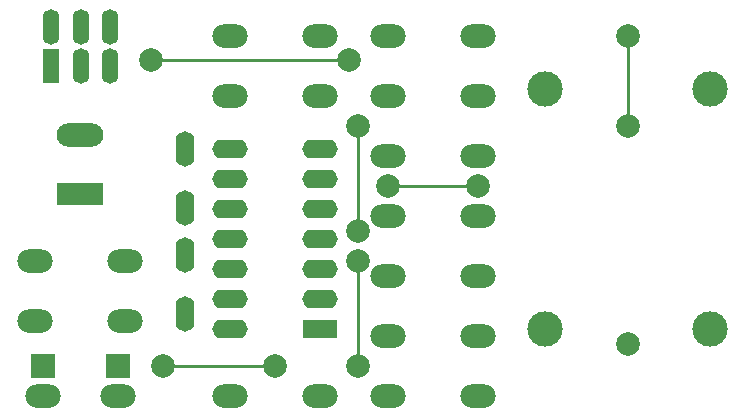
<source format=gbr>
G04 #@! TF.GenerationSoftware,KiCad,Pcbnew,(5.0.1)-4*
G04 #@! TF.CreationDate,2019-02-21T12:32:08-03:00*
G04 #@! TF.ProjectId,ponta-de-prova-logica-simplificada,706F6E74612D64652D70726F76612D6C,02*
G04 #@! TF.SameCoordinates,Original*
G04 #@! TF.FileFunction,Copper,L1,Top,Signal*
G04 #@! TF.FilePolarity,Positive*
%FSLAX46Y46*%
G04 Gerber Fmt 4.6, Leading zero omitted, Abs format (unit mm)*
G04 Created by KiCad (PCBNEW (5.0.1)-4) date 21-02-2019 12:32:08*
%MOMM*%
%LPD*%
G01*
G04 APERTURE LIST*
G04 #@! TA.AperFunction,ComponentPad*
%ADD10O,3.000000X2.000000*%
G04 #@! TD*
G04 #@! TA.AperFunction,ComponentPad*
%ADD11O,3.000000X1.600000*%
G04 #@! TD*
G04 #@! TA.AperFunction,ComponentPad*
%ADD12R,3.000000X1.600000*%
G04 #@! TD*
G04 #@! TA.AperFunction,ComponentPad*
%ADD13O,1.600000X3.000000*%
G04 #@! TD*
G04 #@! TA.AperFunction,ComponentPad*
%ADD14C,3.000000*%
G04 #@! TD*
G04 #@! TA.AperFunction,ComponentPad*
%ADD15R,2.000000X2.000000*%
G04 #@! TD*
G04 #@! TA.AperFunction,ComponentPad*
%ADD16R,3.960000X1.980000*%
G04 #@! TD*
G04 #@! TA.AperFunction,ComponentPad*
%ADD17O,3.960000X1.980000*%
G04 #@! TD*
G04 #@! TA.AperFunction,ComponentPad*
%ADD18C,1.998980*%
G04 #@! TD*
G04 #@! TA.AperFunction,ComponentPad*
%ADD19O,1.400000X3.000000*%
G04 #@! TD*
G04 #@! TA.AperFunction,ComponentPad*
%ADD20R,1.400000X3.000000*%
G04 #@! TD*
G04 #@! TA.AperFunction,ViaPad*
%ADD21C,2.000000*%
G04 #@! TD*
G04 #@! TA.AperFunction,Conductor*
%ADD22C,0.250000*%
G04 #@! TD*
G04 APERTURE END LIST*
D10*
G04 #@! TO.P,R3,1*
G04 #@! TO.N,Net-(R2-Pad2)*
X158115000Y-86360000D03*
G04 #@! TO.P,R3,2*
G04 #@! TO.N,Net-(R3-Pad2)*
X150495000Y-86360000D03*
G04 #@! TD*
D11*
G04 #@! TO.P,U1,14*
G04 #@! TO.N,GND*
X150495000Y-111125000D03*
G04 #@! TO.P,U1,7*
G04 #@! TO.N,Net-(TTL1-Pad2)*
X158115000Y-95885000D03*
G04 #@! TO.P,U1,13*
G04 #@! TO.N,GND*
X150495000Y-108585000D03*
G04 #@! TO.P,U1,6*
G04 #@! TO.N,Net-(C1-Pad1)*
X158115000Y-98425000D03*
G04 #@! TO.P,U1,12*
G04 #@! TO.N,GND*
X150495000Y-106045000D03*
G04 #@! TO.P,U1,5*
G04 #@! TO.N,Net-(C1-Pad1)*
X158115000Y-100965000D03*
G04 #@! TO.P,U1,11*
G04 #@! TO.N,GND*
X150495000Y-103505000D03*
G04 #@! TO.P,U1,4*
G04 #@! TO.N,Net-(R10-Pad1)*
X158115000Y-103505000D03*
G04 #@! TO.P,U1,10*
G04 #@! TO.N,GND*
X150495000Y-100965000D03*
G04 #@! TO.P,U1,3*
G04 #@! TO.N,VCC*
X158115000Y-106045000D03*
G04 #@! TO.P,U1,9*
G04 #@! TO.N,GND*
X150495000Y-98425000D03*
G04 #@! TO.P,U1,2*
G04 #@! TO.N,Net-(R12-Pad2)*
X158115000Y-108585000D03*
G04 #@! TO.P,U1,8*
G04 #@! TO.N,GND*
X150495000Y-95885000D03*
D12*
G04 #@! TO.P,U1,1*
G04 #@! TO.N,Net-(R11-Pad2)*
X158115000Y-111125000D03*
G04 #@! TD*
D13*
G04 #@! TO.P,C2,2*
G04 #@! TO.N,GND*
X146685000Y-104855000D03*
G04 #@! TO.P,C2,1*
G04 #@! TO.N,VCC*
X146685000Y-109855000D03*
G04 #@! TD*
G04 #@! TO.P,C1,1*
G04 #@! TO.N,Net-(C1-Pad1)*
X146685000Y-95885000D03*
G04 #@! TO.P,C1,2*
G04 #@! TO.N,GND*
X146685000Y-100885000D03*
G04 #@! TD*
D14*
G04 #@! TO.P,PP1,1*
G04 #@! TO.N,N/C*
X177165000Y-111125000D03*
G04 #@! TO.P,PP1,2*
X191135000Y-111125000D03*
G04 #@! TO.P,PP1,3*
X177165000Y-90805000D03*
G04 #@! TO.P,PP1,4*
X191135000Y-90805000D03*
G04 #@! TD*
D10*
G04 #@! TO.P,R8,1*
G04 #@! TO.N,Net-(C1-Pad1)*
X163830000Y-101600000D03*
G04 #@! TO.P,R8,2*
G04 #@! TO.N,Net-(R8-Pad2)*
X171450000Y-101600000D03*
G04 #@! TD*
D15*
G04 #@! TO.P,D1,1*
G04 #@! TO.N,Net-(D1-Pad1)*
X134620000Y-114300000D03*
D10*
G04 #@! TO.P,D1,2*
G04 #@! TO.N,VCC*
X134620000Y-116840000D03*
G04 #@! TD*
G04 #@! TO.P,D2,2*
G04 #@! TO.N,VCC*
X140970000Y-116840000D03*
D15*
G04 #@! TO.P,D2,1*
G04 #@! TO.N,Net-(D2-Pad1)*
X140970000Y-114300000D03*
G04 #@! TD*
D16*
G04 #@! TO.P,J1,1*
G04 #@! TO.N,VCC*
X137795000Y-99695000D03*
D17*
G04 #@! TO.P,J1,2*
G04 #@! TO.N,GND*
X137795000Y-94695000D03*
G04 #@! TD*
D18*
G04 #@! TO.P,J2,1*
G04 #@! TO.N,Net-(J2-Pad1)*
X184150000Y-112395000D03*
G04 #@! TD*
D10*
G04 #@! TO.P,R1,2*
G04 #@! TO.N,Net-(R1-Pad2)*
X158115000Y-91440000D03*
G04 #@! TO.P,R1,1*
G04 #@! TO.N,VCC*
X150495000Y-91440000D03*
G04 #@! TD*
G04 #@! TO.P,R2,2*
G04 #@! TO.N,Net-(R2-Pad2)*
X171450000Y-96520000D03*
G04 #@! TO.P,R2,1*
G04 #@! TO.N,Net-(R1-Pad2)*
X163830000Y-96520000D03*
G04 #@! TD*
G04 #@! TO.P,R4,2*
G04 #@! TO.N,Net-(R4-Pad2)*
X171450000Y-86360000D03*
G04 #@! TO.P,R4,1*
G04 #@! TO.N,Net-(R3-Pad2)*
X163830000Y-86360000D03*
G04 #@! TD*
G04 #@! TO.P,R5,1*
G04 #@! TO.N,Net-(R4-Pad2)*
X163830000Y-91440000D03*
G04 #@! TO.P,R5,2*
G04 #@! TO.N,GND*
X171450000Y-91440000D03*
G04 #@! TD*
G04 #@! TO.P,R6,1*
G04 #@! TO.N,Net-(C1-Pad1)*
X163830000Y-106680000D03*
G04 #@! TO.P,R6,2*
G04 #@! TO.N,Net-(J2-Pad1)*
X171450000Y-106680000D03*
G04 #@! TD*
G04 #@! TO.P,R7,1*
G04 #@! TO.N,VCC*
X163830000Y-116840000D03*
G04 #@! TO.P,R7,2*
G04 #@! TO.N,Net-(C1-Pad1)*
X171450000Y-116840000D03*
G04 #@! TD*
G04 #@! TO.P,R9,2*
G04 #@! TO.N,GND*
X163830000Y-111760000D03*
G04 #@! TO.P,R9,1*
G04 #@! TO.N,Net-(R8-Pad2)*
X171450000Y-111760000D03*
G04 #@! TD*
G04 #@! TO.P,R10,1*
G04 #@! TO.N,Net-(R10-Pad1)*
X158115000Y-116840000D03*
G04 #@! TO.P,R10,2*
G04 #@! TO.N,GND*
X150495000Y-116840000D03*
G04 #@! TD*
G04 #@! TO.P,R11,2*
G04 #@! TO.N,Net-(R11-Pad2)*
X141605000Y-105410000D03*
G04 #@! TO.P,R11,1*
G04 #@! TO.N,Net-(D1-Pad1)*
X133985000Y-105410000D03*
G04 #@! TD*
G04 #@! TO.P,R12,2*
G04 #@! TO.N,Net-(R12-Pad2)*
X141605000Y-110490000D03*
G04 #@! TO.P,R12,1*
G04 #@! TO.N,Net-(D2-Pad1)*
X133985000Y-110490000D03*
G04 #@! TD*
D19*
G04 #@! TO.P,TTL1,1*
G04 #@! TO.N,Net-(R2-Pad2)*
X140335000Y-88900000D03*
G04 #@! TO.P,TTL1,2*
G04 #@! TO.N,Net-(TTL1-Pad2)*
X137835000Y-88900000D03*
D20*
G04 #@! TO.P,TTL1,3*
G04 #@! TO.N,Net-(R1-Pad2)*
X135335000Y-88900000D03*
D19*
G04 #@! TO.P,TTL1,4*
G04 #@! TO.N,Net-(R4-Pad2)*
X140335000Y-85600000D03*
G04 #@! TO.P,TTL1,5*
G04 #@! TO.N,Net-(R10-Pad1)*
X137835000Y-85600000D03*
G04 #@! TO.P,TTL1,6*
G04 #@! TO.N,Net-(R3-Pad2)*
X135335000Y-85600000D03*
G04 #@! TD*
D21*
G04 #@! TO.N,Net-(R1-Pad2)*
X171450000Y-99060000D03*
X163830000Y-99060000D03*
X184150000Y-86360000D03*
X184150000Y-93980000D03*
G04 #@! TO.N,Net-(R10-Pad1)*
X161290000Y-114300000D03*
X161290000Y-93980000D03*
X161290000Y-102870000D03*
X161290000Y-105410000D03*
X143764000Y-88392000D03*
X160528000Y-88392000D03*
G04 #@! TO.N,Net-(R11-Pad2)*
X144780000Y-114300000D03*
X154305000Y-114300000D03*
G04 #@! TD*
D22*
G04 #@! TO.N,Net-(R1-Pad2)*
X171450000Y-99060000D02*
X163830000Y-99060000D01*
X184150000Y-86360000D02*
X184150000Y-93980000D01*
G04 #@! TO.N,Net-(R10-Pad1)*
X161290000Y-96698285D02*
X161290000Y-93980000D01*
X161290000Y-102870000D02*
X161290000Y-96698285D01*
X161290000Y-105410000D02*
X161290000Y-114935000D01*
X160528000Y-88392000D02*
X143764000Y-88392000D01*
G04 #@! TO.N,Net-(R11-Pad2)*
X154305000Y-114300000D02*
X144780000Y-114300000D01*
G04 #@! TD*
M02*

</source>
